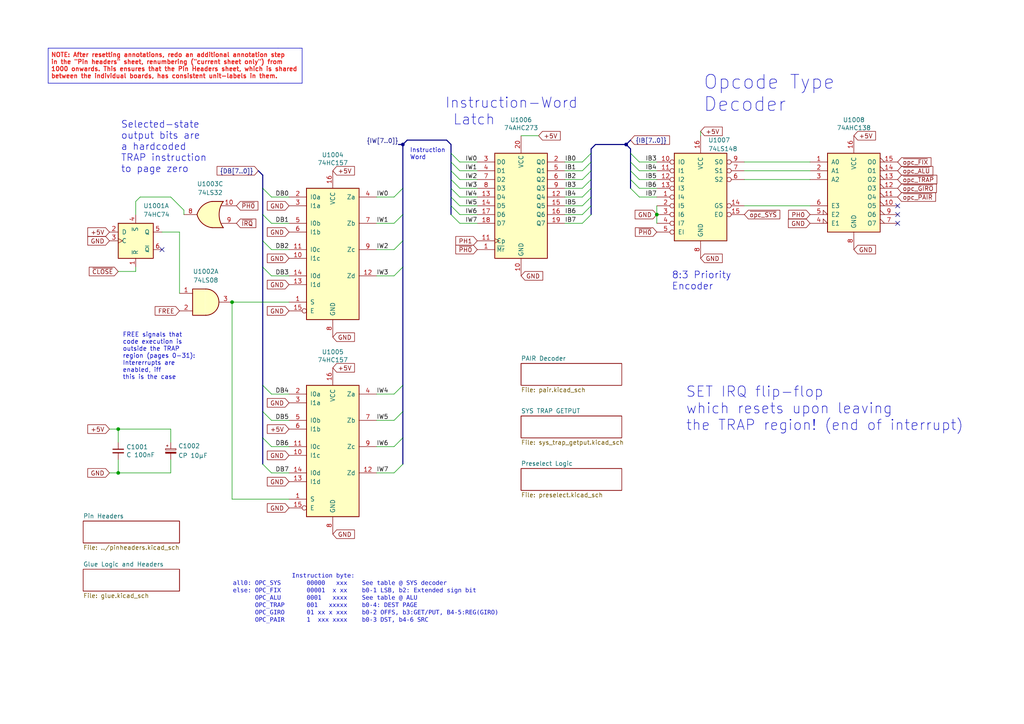
<source format=kicad_sch>
(kicad_sch (version 20231120) (generator "eeschema") (generator_version "8.0")
  (paper "A4")
  (title_block (title "Myth Microcontroller Project") (date "2024-09-21") (rev "1") (company "Picwok.com") (comment 1 "Project Contact: mim@ok-schalter.de (Michael)") (comment 2 "Author: Copyr. 2024 Michael Mangelsdorf/Dosflange@github") (comment 3 "Instruction Decoder Module") (comment 4 "Main Sheet"))
  (lib_symbols
    (symbol "74xx:74HC273"
      (property "Reference" "U" (at -7.62 16.51 0))
      (property "Value" "74HC273" (at -7.62 -16.51 0))
      (symbol "74HC273_1_0"
        (pin input line (at -12.7 -12.7 0) (length 5.08) (name "~{Mr}") (number "1"))
        (pin power_in line (at 0 -20.32 90) (length 5.08) (name "GND") (number "10"))
        (pin input clock (at -12.7 -10.16 0) (length 5.08) (name "Cp") (number "11"))
        (pin output line (at 12.7 2.54 180) (length 5.08) (name "Q4") (number "12"))
        (pin input line (at -12.7 2.54 0) (length 5.08) (name "D4") (number "13"))
        (pin input line (at -12.7 0 0) (length 5.08) (name "D5") (number "14"))
        (pin output line (at 12.7 0 180) (length 5.08) (name "Q5") (number "15"))
        (pin output line (at 12.7 -2.54 180) (length 5.08) (name "Q6") (number "16"))
        (pin input line (at -12.7 -2.54 0) (length 5.08) (name "D6") (number "17"))
        (pin input line (at -12.7 -5.08 0) (length 5.08) (name "D7") (number "18"))
        (pin output line (at 12.7 -5.08 180) (length 5.08) (name "Q7") (number "19"))
        (pin output line (at 12.7 12.7 180) (length 5.08) (name "Q0") (number "2"))
        (pin power_in line (at 0 20.32 270) (length 5.08) (name "VCC") (number "20"))
        (pin input line (at -12.7 12.7 0) (length 5.08) (name "D0") (number "3"))
        (pin input line (at -12.7 10.16 0) (length 5.08) (name "D1") (number "4"))
        (pin output line (at 12.7 10.16 180) (length 5.08) (name "Q1") (number "5"))
        (pin output line (at 12.7 7.62 180) (length 5.08) (name "Q2") (number "6"))
        (pin input line (at -12.7 7.62 0) (length 5.08) (name "D2") (number "7"))
        (pin input line (at -12.7 5.08 0) (length 5.08) (name "D3") (number "8"))
        (pin output line (at 12.7 5.08 180) (length 5.08) (name "Q3") (number "9"))
      )
      (symbol "74HC273_1_1"
        (rectangle (start -7.62 15.24) (end 7.62 -15.24) (stroke (width 0.254)) (fill (type background)))
      )
    )
    (symbol "74xx:74HC74" (pin_names (offset 1.016))
      (property "Reference" "U" (at -7.62 8.89 0))
      (property "Value" "74HC74" (at -7.62 -8.89 0))
      (symbol "74HC74_1_0"
        (pin input line (at 0 -7.62 90) (length 2.54) (name "~{R}") (number "1"))
        (pin input line (at -7.62 2.54 0) (length 2.54) (name "D") (number "2"))
        (pin input clock (at -7.62 0 0) (length 2.54) (name "C") (number "3"))
        (pin input line (at 0 7.62 270) (length 2.54) (name "~{S}") (number "4"))
        (pin output line (at 7.62 2.54 180) (length 2.54) (name "Q") (number "5"))
        (pin output line (at 7.62 -2.54 180) (length 2.54) (name "~{Q}") (number "6"))
      )
      (symbol "74HC74_1_1"
        (rectangle (start -5.08 5.08) (end 5.08 -5.08) (stroke (width 0.254)) (fill (type background)))
      )
      (symbol "74HC74_2_0"
        (pin input line (at 0 7.62 270) (length 2.54) (name "~{S}") (number "10"))
        (pin input clock (at -7.62 0 0) (length 2.54) (name "C") (number "11"))
        (pin input line (at -7.62 2.54 0) (length 2.54) (name "D") (number "12"))
        (pin input line (at 0 -7.62 90) (length 2.54) (name "~{R}") (number "13"))
        (pin output line (at 7.62 -2.54 180) (length 2.54) (name "~{Q}") (number "8"))
        (pin output line (at 7.62 2.54 180) (length 2.54) (name "Q") (number "9"))
      )
      (symbol "74HC74_2_1"
        (rectangle (start -5.08 5.08) (end 5.08 -5.08) (stroke (width 0.254)) (fill (type background)))
      )
      (symbol "74HC74_3_0"
        (pin power_in line (at 0 10.16 270) (length 2.54) (name "VCC") (number "14"))
        (pin power_in line (at 0 -10.16 90) (length 2.54) (name "GND") (number "7"))
      )
      (symbol "74HC74_3_1"
        (rectangle (start -5.08 7.62) (end 5.08 -7.62) (stroke (width 0.254)) (fill (type background)))
      )
    )
    (symbol "74xx:74LS08" (pin_names (offset 1.016))
      (property "Reference" "U" (at 0 1.27 0))
      (property "Value" "74LS08" (at 0 -1.27 0))
      (symbol "74LS08_1_1"
        (arc (start 0 -3.81) (mid 3.7934 0) (end 0 3.81) (stroke (width 0.254)) (fill (type background)))
        (polyline (pts (xy 0 3.81) (xy -3.81 3.81) (xy -3.81 -3.81) (xy 0 -3.81)) (stroke (width 0.254)) (fill (type background)))
        (pin input line (at -7.62 2.54 0) (length 3.81) (name "~") (number "1"))
        (pin input line (at -7.62 -2.54 0) (length 3.81) (name "~") (number "2"))
        (pin output line (at 7.62 0 180) (length 3.81) (name "~") (number "3"))
      )
      (symbol "74LS08_1_2"
        (arc (start -3.81 -3.81) (mid -2.589 0) (end -3.81 3.81) (stroke (width 0.254)))
        (arc (start -0.6096 -3.81) (mid 2.1842 -2.5851) (end 3.81 0) (stroke (width 0.254)) (fill (type background)))
        (polyline (pts (xy -3.81 -3.81) (xy -0.635 -3.81)) (stroke (width 0.254)) (fill (type background)))
        (polyline (pts (xy -3.81 3.81) (xy -0.635 3.81)) (stroke (width 0.254)) (fill (type background)))
        (polyline (pts (xy -0.635 3.81) (xy -3.81 3.81) (xy -3.81 3.81) (xy -3.556 3.4036) (xy -3.0226 2.2606) (xy -2.6924 1.0414) (xy -2.6162 -0.254) (xy -2.7686 -1.4986) (xy -3.175 -2.7178) (xy -3.81 -3.81) (xy -3.81 -3.81) (xy -0.635 -3.81)) (stroke (width -25.4)) (fill (type background)))
        (arc (start 3.81 0) (mid 2.1915 2.5936) (end -0.6096 3.81) (stroke (width 0.254)) (fill (type background)))
        (pin input inverted (at -7.62 2.54 0) (length 4.318) (name "~") (number "1"))
        (pin input inverted (at -7.62 -2.54 0) (length 4.318) (name "~") (number "2"))
        (pin output inverted (at 7.62 0 180) (length 3.81) (name "~") (number "3"))
      )
      (symbol "74LS08_2_1"
        (arc (start 0 -3.81) (mid 3.7934 0) (end 0 3.81) (stroke (width 0.254)) (fill (type background)))
        (polyline (pts (xy 0 3.81) (xy -3.81 3.81) (xy -3.81 -3.81) (xy 0 -3.81)) (stroke (width 0.254)) (fill (type background)))
        (pin input line (at -7.62 2.54 0) (length 3.81) (name "~") (number "4"))
        (pin input line (at -7.62 -2.54 0) (length 3.81) (name "~") (number "5"))
        (pin output line (at 7.62 0 180) (length 3.81) (name "~") (number "6"))
      )
      (symbol "74LS08_2_2"
        (arc (start -3.81 -3.81) (mid -2.589 0) (end -3.81 3.81) (stroke (width 0.254)))
        (arc (start -0.6096 -3.81) (mid 2.1842 -2.5851) (end 3.81 0) (stroke (width 0.254)) (fill (type background)))
        (polyline (pts (xy -3.81 -3.81) (xy -0.635 -3.81)) (stroke (width 0.254)) (fill (type background)))
        (polyline (pts (xy -3.81 3.81) (xy -0.635 3.81)) (stroke (width 0.254)) (fill (type background)))
        (polyline (pts (xy -0.635 3.81) (xy -3.81 3.81) (xy -3.81 3.81) (xy -3.556 3.4036) (xy -3.0226 2.2606) (xy -2.6924 1.0414) (xy -2.6162 -0.254) (xy -2.7686 -1.4986) (xy -3.175 -2.7178) (xy -3.81 -3.81) (xy -3.81 -3.81) (xy -0.635 -3.81)) (stroke (width -25.4)) (fill (type background)))
        (arc (start 3.81 0) (mid 2.1915 2.5936) (end -0.6096 3.81) (stroke (width 0.254)) (fill (type background)))
        (pin input inverted (at -7.62 2.54 0) (length 4.318) (name "~") (number "4"))
        (pin input inverted (at -7.62 -2.54 0) (length 4.318) (name "~") (number "5"))
        (pin output inverted (at 7.62 0 180) (length 3.81) (name "~") (number "6"))
      )
      (symbol "74LS08_3_1"
        (arc (start 0 -3.81) (mid 3.7934 0) (end 0 3.81) (stroke (width 0.254)) (fill (type background)))
        (polyline (pts (xy 0 3.81) (xy -3.81 3.81) (xy -3.81 -3.81) (xy 0 -3.81)) (stroke (width 0.254)) (fill (type background)))
        (pin input line (at -7.62 -2.54 0) (length 3.81) (name "~") (number "10"))
        (pin output line (at 7.62 0 180) (length 3.81) (name "~") (number "8"))
        (pin input line (at -7.62 2.54 0) (length 3.81) (name "~") (number "9"))
      )
      (symbol "74LS08_3_2"
        (arc (start -3.81 -3.81) (mid -2.589 0) (end -3.81 3.81) (stroke (width 0.254)))
        (arc (start -0.6096 -3.81) (mid 2.1842 -2.5851) (end 3.81 0) (stroke (width 0.254)) (fill (type background)))
        (polyline (pts (xy -3.81 -3.81) (xy -0.635 -3.81)) (stroke (width 0.254)) (fill (type background)))
        (polyline (pts (xy -3.81 3.81) (xy -0.635 3.81)) (stroke (width 0.254)) (fill (type background)))
        (polyline (pts (xy -0.635 3.81) (xy -3.81 3.81) (xy -3.81 3.81) (xy -3.556 3.4036) (xy -3.0226 2.2606) (xy -2.6924 1.0414) (xy -2.6162 -0.254) (xy -2.7686 -1.4986) (xy -3.175 -2.7178) (xy -3.81 -3.81) (xy -3.81 -3.81) (xy -0.635 -3.81)) (stroke (width -25.4)) (fill (type background)))
        (arc (start 3.81 0) (mid 2.1915 2.5936) (end -0.6096 3.81) (stroke (width 0.254)) (fill (type background)))
        (pin input inverted (at -7.62 -2.54 0) (length 4.318) (name "~") (number "10"))
        (pin output inverted (at 7.62 0 180) (length 3.81) (name "~") (number "8"))
        (pin input inverted (at -7.62 2.54 0) (length 4.318) (name "~") (number "9"))
      )
      (symbol "74LS08_4_1"
        (arc (start 0 -3.81) (mid 3.7934 0) (end 0 3.81) (stroke (width 0.254)) (fill (type background)))
        (polyline (pts (xy 0 3.81) (xy -3.81 3.81) (xy -3.81 -3.81) (xy 0 -3.81)) (stroke (width 0.254)) (fill (type background)))
        (pin output line (at 7.62 0 180) (length 3.81) (name "~") (number "11"))
        (pin input line (at -7.62 2.54 0) (length 3.81) (name "~") (number "12"))
        (pin input line (at -7.62 -2.54 0) (length 3.81) (name "~") (number "13"))
      )
      (symbol "74LS08_4_2"
        (arc (start -3.81 -3.81) (mid -2.589 0) (end -3.81 3.81) (stroke (width 0.254)))
        (arc (start -0.6096 -3.81) (mid 2.1842 -2.5851) (end 3.81 0) (stroke (width 0.254)) (fill (type background)))
        (polyline (pts (xy -3.81 -3.81) (xy -0.635 -3.81)) (stroke (width 0.254)) (fill (type background)))
        (polyline (pts (xy -3.81 3.81) (xy -0.635 3.81)) (stroke (width 0.254)) (fill (type background)))
        (polyline (pts (xy -0.635 3.81) (xy -3.81 3.81) (xy -3.81 3.81) (xy -3.556 3.4036) (xy -3.0226 2.2606) (xy -2.6924 1.0414) (xy -2.6162 -0.254) (xy -2.7686 -1.4986) (xy -3.175 -2.7178) (xy -3.81 -3.81) (xy -3.81 -3.81) (xy -0.635 -3.81)) (stroke (width -25.4)) (fill (type background)))
        (arc (start 3.81 0) (mid 2.1915 2.5936) (end -0.6096 3.81) (stroke (width 0.254)) (fill (type background)))
        (pin output inverted (at 7.62 0 180) (length 3.81) (name "~") (number "11"))
        (pin input inverted (at -7.62 2.54 0) (length 4.318) (name "~") (number "12"))
        (pin input inverted (at -7.62 -2.54 0) (length 4.318) (name "~") (number "13"))
      )
      (symbol "74LS08_5_0"
        (pin power_in line (at 0 12.7 270) (length 5.08) (name "VCC") (number "14"))
        (pin power_in line (at 0 -12.7 90) (length 5.08) (name "GND") (number "7"))
      )
      (symbol "74LS08_5_1"
        (rectangle (start -5.08 7.62) (end 5.08 -7.62) (stroke (width 0.254)) (fill (type background)))
      )
    )
    (symbol "74xx:74LS138" (pin_names (offset 1.016))
      (property "Reference" "U" (at -7.62 11.43 0))
      (property "Value" "74LS138" (at -7.62 -13.97 0))
      (symbol "74LS138_1_0"
        (pin input line (at -12.7 7.62 0) (length 5.08) (name "A0") (number "1"))
        (pin output output_low (at 12.7 -5.08 180) (length 5.08) (name "O5") (number "10"))
        (pin output output_low (at 12.7 -2.54 180) (length 5.08) (name "O4") (number "11"))
        (pin output output_low (at 12.7 0 180) (length 5.08) (name "O3") (number "12"))
        (pin output output_low (at 12.7 2.54 180) (length 5.08) (name "O2") (number "13"))
        (pin output output_low (at 12.7 5.08 180) (length 5.08) (name "O1") (number "14"))
        (pin output output_low (at 12.7 7.62 180) (length 5.08) (name "O0") (number "15"))
        (pin power_in line (at 0 15.24 270) (length 5.08) (name "VCC") (number "16"))
        (pin input line (at -12.7 5.08 0) (length 5.08) (name "A1") (number "2"))
        (pin input line (at -12.7 2.54 0) (length 5.08) (name "A2") (number "3"))
        (pin input input_low (at -12.7 -10.16 0) (length 5.08) (name "E1") (number "4"))
        (pin input input_low (at -12.7 -7.62 0) (length 5.08) (name "E2") (number "5"))
        (pin input line (at -12.7 -5.08 0) (length 5.08) (name "E3") (number "6"))
        (pin output output_low (at 12.7 -10.16 180) (length 5.08) (name "O7") (number "7"))
        (pin power_in line (at 0 -17.78 90) (length 5.08) (name "GND") (number "8"))
        (pin output output_low (at 12.7 -7.62 180) (length 5.08) (name "O6") (number "9"))
      )
      (symbol "74LS138_1_1"
        (rectangle (start -7.62 10.16) (end 7.62 -12.7) (stroke (width 0.254)) (fill (type background)))
      )
    )
    (symbol "74xx:74LS148" (pin_names (offset 1.016))
      (property "Reference" "U" (at -7.62 13.97 0))
      (property "Value" "74LS148" (at -7.62 -13.97 0))
      (symbol "74LS148_1_0"
        (pin input inverted (at -12.7 0 0) (length 5.08) (name "I4") (number "1"))
        (pin input inverted (at -12.7 10.16 0) (length 5.08) (name "IO") (number "10"))
        (pin input inverted (at -12.7 7.62 0) (length 5.08) (name "I1") (number "11"))
        (pin input inverted (at -12.7 5.08 0) (length 5.08) (name "I2") (number "12"))
        (pin input inverted (at -12.7 2.54 0) (length 5.08) (name "I3") (number "13"))
        (pin output inverted (at 12.7 -2.54 180) (length 5.08) (name "GS") (number "14"))
        (pin output inverted (at 12.7 -5.08 180) (length 5.08) (name "EO") (number "15"))
        (pin power_in line (at 0 17.78 270) (length 5.08) (name "VCC") (number "16"))
        (pin input inverted (at -12.7 -2.54 0) (length 5.08) (name "I5") (number "2"))
        (pin input inverted (at -12.7 -5.08 0) (length 5.08) (name "I6") (number "3"))
        (pin input inverted (at -12.7 -7.62 0) (length 5.08) (name "I7") (number "4"))
        (pin input inverted (at -12.7 -10.16 0) (length 5.08) (name "EI") (number "5"))
        (pin output inverted (at 12.7 5.08 180) (length 5.08) (name "S2") (number "6"))
        (pin output inverted (at 12.7 7.62 180) (length 5.08) (name "S1") (number "7"))
        (pin power_in line (at 0 -17.78 90) (length 5.08) (name "GND") (number "8"))
        (pin output inverted (at 12.7 10.16 180) (length 5.08) (name "S0") (number "9"))
      )
      (symbol "74LS148_1_1"
        (rectangle (start -7.62 12.7) (end 7.62 -12.7) (stroke (width 0.254)) (fill (type background)))
      )
    )
    (symbol "74xx:74LS157" (pin_names (offset 1.016))
      (property "Reference" "U" (at -7.62 19.05 0))
      (property "Value" "74LS157" (at -7.62 -21.59 0))
      (symbol "74LS157_1_0"
        (pin input line (at -12.7 -15.24 0) (length 5.08) (name "S") (number "1"))
        (pin input line (at -12.7 -2.54 0) (length 5.08) (name "I1c") (number "10"))
        (pin input line (at -12.7 0 0) (length 5.08) (name "I0c") (number "11"))
        (pin output line (at 12.7 -7.62 180) (length 5.08) (name "Zd") (number "12"))
        (pin input line (at -12.7 -10.16 0) (length 5.08) (name "I1d") (number "13"))
        (pin input line (at -12.7 -7.62 0) (length 5.08) (name "I0d") (number "14"))
        (pin input inverted (at -12.7 -17.78 0) (length 5.08) (name "E") (number "15"))
        (pin power_in line (at 0 22.86 270) (length 5.08) (name "VCC") (number "16"))
        (pin input line (at -12.7 15.24 0) (length 5.08) (name "I0a") (number "2"))
        (pin input line (at -12.7 12.7 0) (length 5.08) (name "I1a") (number "3"))
        (pin output line (at 12.7 15.24 180) (length 5.08) (name "Za") (number "4"))
        (pin input line (at -12.7 7.62 0) (length 5.08) (name "I0b") (number "5"))
        (pin input line (at -12.7 5.08 0) (length 5.08) (name "I1b") (number "6"))
        (pin output line (at 12.7 7.62 180) (length 5.08) (name "Zb") (number "7"))
        (pin power_in line (at 0 -25.4 90) (length 5.08) (name "GND") (number "8"))
        (pin output line (at 12.7 0 180) (length 5.08) (name "Zc") (number "9"))
      )
      (symbol "74LS157_1_1"
        (rectangle (start -7.62 17.78) (end 7.62 -20.32) (stroke (width 0.254)) (fill (type background)))
      )
    )
    (symbol "74xx:74LS32" (pin_names (offset 1.016))
      (property "Reference" "U" (at 0 1.27 0))
      (property "Value" "74LS32" (at 0 -1.27 0))
      (symbol "74LS32_1_1"
        (arc (start -3.81 -3.81) (mid -2.589 0) (end -3.81 3.81) (stroke (width 0.254)))
        (arc (start -0.6096 -3.81) (mid 2.1855 -2.584) (end 3.81 0) (stroke (width 0.254)) (fill (type background)))
        (polyline (pts (xy -3.81 -3.81) (xy -0.635 -3.81)) (stroke (width 0.254)) (fill (type background)))
        (polyline (pts (xy -3.81 3.81) (xy -0.635 3.81)) (stroke (width 0.254)) (fill (type background)))
        (polyline (pts (xy -0.635 3.81) (xy -3.81 3.81) (xy -3.81 3.81) (xy -3.556 3.4036) (xy -3.0226 2.2606) (xy -2.6924 1.0414) (xy -2.6162 -0.254) (xy -2.7686 -1.4986) (xy -3.175 -2.7178) (xy -3.81 -3.81) (xy -3.81 -3.81) (xy -0.635 -3.81)) (stroke (width -25.4)) (fill (type background)))
        (arc (start 3.81 0) (mid 2.1928 2.5925) (end -0.6096 3.81) (stroke (width 0.254)) (fill (type background)))
        (pin input line (at -7.62 2.54 0) (length 4.318) (name "~") (number "1"))
        (pin input line (at -7.62 -2.54 0) (length 4.318) (name "~") (number "2"))
        (pin output line (at 7.62 0 180) (length 3.81) (name "~") (number "3"))
      )
      (symbol "74LS32_1_2"
        (arc (start 0 -3.81) (mid 3.7934 0) (end 0 3.81) (stroke (width 0.254)) (fill (type background)))
        (polyline (pts (xy 0 3.81) (xy -3.81 3.81) (xy -3.81 -3.81) (xy 0 -3.81)) (stroke (width 0.254)) (fill (type background)))
        (pin input inverted (at -7.62 2.54 0) (length 3.81) (name "~") (number "1"))
        (pin input inverted (at -7.62 -2.54 0) (length 3.81) (name "~") (number "2"))
        (pin output inverted (at 7.62 0 180) (length 3.81) (name "~") (number "3"))
      )
      (symbol "74LS32_2_1"
        (arc (start -3.81 -3.81) (mid -2.589 0) (end -3.81 3.81) (stroke (width 0.254)))
        (arc (start -0.6096 -3.81) (mid 2.1855 -2.584) (end 3.81 0) (stroke (width 0.254)) (fill (type background)))
        (polyline (pts (xy -3.81 -3.81) (xy -0.635 -3.81)) (stroke (width 0.254)) (fill (type background)))
        (polyline (pts (xy -3.81 3.81) (xy -0.635 3.81)) (stroke (width 0.254)) (fill (type background)))
        (polyline (pts (xy -0.635 3.81) (xy -3.81 3.81) (xy -3.81 3.81) (xy -3.556 3.4036) (xy -3.0226 2.2606) (xy -2.6924 1.0414) (xy -2.6162 -0.254) (xy -2.7686 -1.4986) (xy -3.175 -2.7178) (xy -3.81 -3.81) (xy -3.81 -3.81) (xy -0.635 -3.81)) (stroke (width -25.4)) (fill (type background)))
        (arc (start 3.81 0) (mid 2.1928 2.5925) (end -0.6096 3.81) (stroke (width 0.254)) (fill (type background)))
        (pin input line (at -7.62 2.54 0) (length 4.318) (name "~") (number "4"))
        (pin input line (at -7.62 -2.54 0) (length 4.318) (name "~") (number "5"))
        (pin output line (at 7.62 0 180) (length 3.81) (name "~") (number "6"))
      )
      (symbol "74LS32_2_2"
        (arc (start 0 -3.81) (mid 3.7934 0) (end 0 3.81) (stroke (width 0.254)) (fill (type background)))
        (polyline (pts (xy 0 3.81) (xy -3.81 3.81) (xy -3.81 -3.81) (xy 0 -3.81)) (stroke (width 0.254)) (fill (type background)))
        (pin input inverted (at -7.62 2.54 0) (length 3.81) (name "~") (number "4"))
        (pin input inverted (at -7.62 -2.54 0) (length 3.81) (name "~") (number "5"))
        (pin output inverted (at 7.62 0 180) (length 3.81) (name "~") (number "6"))
      )
      (symbol "74LS32_3_1"
        (arc (start -3.81 -3.81) (mid -2.589 0) (end -3.81 3.81) (stroke (width 0.254)))
        (arc (start -0.6096 -3.81) (mid 2.1855 -2.584) (end 3.81 0) (stroke (width 0.254)) (fill (type background)))
        (polyline (pts (xy -3.81 -3.81) (xy -0.635 -3.81)) (stroke (width 0.254)) (fill (type background)))
        (polyline (pts (xy -3.81 3.81) (xy -0.635 3.81)) (stroke (width 0.254)) (fill (type background)))
        (polyline (pts (xy -0.635 3.81) (xy -3.81 3.81) (xy -3.81 3.81) (xy -3.556 3.4036) (xy -3.0226 2.2606) (xy -2.6924 1.0414) (xy -2.6162 -0.254) (xy -2.7686 -1.4986) (xy -3.175 -2.7178) (xy -3.81 -3.81) (xy -3.81 -3.81) (xy -0.635 -3.81)) (stroke (width -25.4)) (fill (type background)))
        (arc (start 3.81 0) (mid 2.1928 2.5925) (end -0.6096 3.81) (stroke (width 0.254)) (fill (type background)))
        (pin input line (at -7.62 -2.54 0) (length 4.318) (name "~") (number "10"))
        (pin output line (at 7.62 0 180) (length 3.81) (name "~") (number "8"))
        (pin input line (at -7.62 2.54 0) (length 4.318) (name "~") (number "9"))
      )
      (symbol "74LS32_3_2"
        (arc (start 0 -3.81) (mid 3.7934 0) (end 0 3.81) (stroke (width 0.254)) (fill (type background)))
        (polyline (pts (xy 0 3.81) (xy -3.81 3.81) (xy -3.81 -3.81) (xy 0 -3.81)) (stroke (width 0.254)) (fill (type background)))
        (pin input inverted (at -7.62 -2.54 0) (length 3.81) (name "~") (number "10"))
        (pin output inverted (at 7.62 0 180) (length 3.81) (name "~") (number "8"))
        (pin input inverted (at -7.62 2.54 0) (length 3.81) (name "~") (number "9"))
      )
      (symbol "74LS32_4_1"
        (arc (start -3.81 -3.81) (mid -2.589 0) (end -3.81 3.81) (stroke (width 0.254)))
        (arc (start -0.6096 -3.81) (mid 2.1855 -2.584) (end 3.81 0) (stroke (width 0.254)) (fill (type background)))
        (polyline (pts (xy -3.81 -3.81) (xy -0.635 -3.81)) (stroke (width 0.254)) (fill (type background)))
        (polyline (pts (xy -3.81 3.81) (xy -0.635 3.81)) (stroke (width 0.254)) (fill (type background)))
        (polyline (pts (xy -0.635 3.81) (xy -3.81 3.81) (xy -3.81 3.81) (xy -3.556 3.4036) (xy -3.0226 2.2606) (xy -2.6924 1.0414) (xy -2.6162 -0.254) (xy -2.7686 -1.4986) (xy -3.175 -2.7178) (xy -3.81 -3.81) (xy -3.81 -3.81) (xy -0.635 -3.81)) (stroke (width -25.4)) (fill (type background)))
        (arc (start 3.81 0) (mid 2.1928 2.5925) (end -0.6096 3.81) (stroke (width 0.254)) (fill (type background)))
        (pin output line (at 7.62 0 180) (length 3.81) (name "~") (number "11"))
        (pin input line (at -7.62 2.54 0) (length 4.318) (name "~") (number "12"))
        (pin input line (at -7.62 -2.54 0) (length 4.318) (name "~") (number "13"))
      )
      (symbol "74LS32_4_2"
        (arc (start 0 -3.81) (mid 3.7934 0) (end 0 3.81) (stroke (width 0.254)) (fill (type background)))
        (polyline (pts (xy 0 3.81) (xy -3.81 3.81) (xy -3.81 -3.81) (xy 0 -3.81)) (stroke (width 0.254)) (fill (type background)))
        (pin output inverted (at 7.62 0 180) (length 3.81) (name "~") (number "11"))
        (pin input inverted (at -7.62 2.54 0) (length 3.81) (name "~") (number "12"))
        (pin input inverted (at -7.62 -2.54 0) (length 3.81) (name "~") (number "13"))
      )
      (symbol "74LS32_5_0"
        (pin power_in line (at 0 12.7 270) (length 5.08) (name "VCC") (number "14"))
        (pin power_in line (at 0 -12.7 90) (length 5.08) (name "GND") (number "7"))
      )
      (symbol "74LS32_5_1"
        (rectangle (start -5.08 7.62) (end 5.08 -7.62) (stroke (width 0.254)) (fill (type background)))
      )
    )
    (symbol "Device:C_Polarized_Small" (pin_numbers hide) (pin_names (offset 0.254) hide)
      (property "Reference" "C" (at 0.254 1.778 0))
      (property "Value" "C_Polarized_Small" (at 0.254 -2.032 0))
      (symbol "C_Polarized_Small_0_1"
        (rectangle (start -1.524 -0.3048) (end 1.524 -0.6858) (fill (type outline)))
        (rectangle (start -1.524 0.6858) (end 1.524 0.3048))
        (polyline (pts (xy -1.27 1.524) (xy -0.762 1.524)))
        (polyline (pts (xy -1.016 1.27) (xy -1.016 1.778)))
      )
      (symbol "C_Polarized_Small_1_1"
        (pin passive line (at 0 2.54 270) (length 1.8542) (name "~") (number "1"))
        (pin passive line (at 0 -2.54 90) (length 1.8542) (name "~") (number "2"))
      )
    )
    (symbol "Device:C_Small" (pin_numbers hide) (pin_names (offset 0.254) hide)
      (property "Reference" "C" (at 0.254 1.778 0))
      (property "Value" "C_Small" (at 0.254 -2.032 0))
      (symbol "C_Small_0_1"
        (polyline (pts (xy -1.524 -0.508) (xy 1.524 -0.508)) (stroke (width 0.3302)))
        (polyline (pts (xy -1.524 0.508) (xy 1.524 0.508)) (stroke (width 0.3048)))
      )
      (symbol "C_Small_1_1"
        (pin passive line (at 0 2.54 270) (length 2.032) (name "~") (number "1"))
        (pin passive line (at 0 -2.54 90) (length 2.032) (name "~") (number "2"))
      )
    )
  )
  (junction (at 190.5 62.23))
  (junction (at 34.29 137.16))
  (junction (at 67.31 87.63))
  (junction (at 34.29 124.46))
  (junction (at 181.61 41.91))
  (junction (at 116.84 41.91))
  (no_connect (at 260.35 59.69))
  (no_connect (at 260.35 64.77))
  (no_connect (at 46.99 72.39))
  (no_connect (at 260.35 62.23))
  (bus_entry (at 114.3 129.54) (size 2.54 -2.54))
  (bus_entry (at 168.91 54.61) (size 2.54 -2.54))
  (bus_entry (at 114.3 121.92) (size 2.54 -2.54))
  (bus_entry (at 133.35 57.15) (size -2.54 -2.54))
  (bus_entry (at 133.35 54.61) (size -2.54 -2.54))
  (bus_entry (at 168.91 49.53) (size 2.54 -2.54))
  (bus_entry (at 133.35 62.23) (size -2.54 -2.54))
  (bus_entry (at 168.91 59.69) (size 2.54 -2.54))
  (bus_entry (at 185.42 49.53) (size -2.54 -2.54))
  (bus_entry (at 78.74 64.77) (size -2.54 -2.54))
  (bus_entry (at 133.35 64.77) (size -2.54 -2.54))
  (bus_entry (at 168.91 57.15) (size 2.54 -2.54))
  (bus_entry (at 168.91 64.77) (size 2.54 -2.54))
  (bus_entry (at 133.35 49.53) (size -2.54 -2.54))
  (bus_entry (at 78.74 114.3) (size -2.54 -2.54))
  (bus_entry (at 78.74 121.92) (size -2.54 -2.54))
  (bus_entry (at 78.74 80.01) (size -2.54 -2.54))
  (bus_entry (at 78.74 129.54) (size -2.54 -2.54))
  (bus_entry (at 78.74 137.16) (size -2.54 -2.54))
  (bus_entry (at 114.3 137.16) (size 2.54 -2.54))
  (bus_entry (at 78.74 72.39) (size -2.54 -2.54))
  (bus_entry (at 133.35 46.99) (size -2.54 -2.54))
  (bus_entry (at 114.3 114.3) (size 2.54 -2.54))
  (bus_entry (at 114.3 57.15) (size 2.54 -2.54))
  (bus_entry (at 185.42 54.61) (size -2.54 -2.54))
  (bus_entry (at 168.91 46.99) (size 2.54 -2.54))
  (bus_entry (at 185.42 46.99) (size -2.54 -2.54))
  (bus_entry (at 185.42 57.15) (size -2.54 -2.54))
  (bus_entry (at 114.3 72.39) (size 2.54 -2.54))
  (bus_entry (at 78.74 57.15) (size -2.54 -2.54))
  (bus_entry (at 114.3 64.77) (size 2.54 -2.54))
  (bus_entry (at 114.3 80.01) (size 2.54 -2.54))
  (bus_entry (at 168.91 62.23) (size 2.54 -2.54))
  (bus_entry (at 168.91 52.07) (size 2.54 -2.54))
  (bus_entry (at 133.35 52.07) (size -2.54 -2.54))
  (bus_entry (at 185.42 52.07) (size -2.54 -2.54))
  (bus_entry (at 133.35 59.69) (size -2.54 -2.54))
  (bus (pts (xy 76.2 50.8) (xy 76.2 54.61)))
  (wire (pts (xy 34.29 124.46) (xy 49.53 124.46)))
  (wire (pts (xy 39.37 78.74) (xy 34.29 78.74)))
  (bus (pts (xy 172.72 41.91) (xy 181.61 41.91)))
  (wire (pts (xy 49.53 128.27) (xy 49.53 124.46)))
  (wire (pts (xy 163.83 59.69) (xy 168.91 59.69)))
  (wire (pts (xy 138.43 52.07) (xy 133.35 52.07)))
  (wire (pts (xy 109.22 137.16) (xy 114.3 137.16)))
  (bus (pts (xy 182.88 46.99) (xy 182.88 49.53)))
  (wire (pts (xy 109.22 129.54) (xy 114.3 129.54)))
  (wire (pts (xy 39.37 58.42) (xy 39.37 62.23)))
  (wire (pts (xy 138.43 59.69) (xy 133.35 59.69)))
  (bus (pts (xy 116.84 119.38) (xy 116.84 111.76)))
  (polyline (pts (xy 165.1 31.75) (xy 165.1 31.75)))
  (wire (pts (xy 46.99 67.31) (xy 52.07 67.31)))
  (polyline (pts (xy 13.97 24.13) (xy 80.645 24.13)))
  (bus (pts (xy 171.45 59.69) (xy 171.45 62.23)))
  (bus (pts (xy 130.81 44.45) (xy 130.81 41.91)))
  (wire (pts (xy 190.5 54.61) (xy 185.42 54.61)))
  (wire (pts (xy 109.22 80.01) (xy 114.3 80.01)))
  (bus (pts (xy 171.45 44.45) (xy 171.45 46.99)))
  (polyline (pts (xy 86.995 13.97) (xy 87.63 13.97)))
  (wire (pts (xy 215.9 49.53) (xy 234.95 49.53)))
  (wire (pts (xy 138.43 57.15) (xy 133.35 57.15)))
  (wire (pts (xy 190.5 49.53) (xy 185.42 49.53)))
  (bus (pts (xy 181.61 41.91) (xy 182.88 43.18)))
  (bus (pts (xy 76.2 127) (xy 76.2 134.62)))
  (wire (pts (xy 190.5 52.07) (xy 185.42 52.07)))
  (bus (pts (xy 76.2 77.47) (xy 76.2 111.76)))
  (bus (pts (xy 171.45 43.18) (xy 171.45 44.45)))
  (wire (pts (xy 78.74 72.39) (xy 83.82 72.39)))
  (wire (pts (xy 78.74 80.01) (xy 83.82 80.01)))
  (bus (pts (xy 130.81 57.15) (xy 130.81 54.61)))
  (bus (pts (xy 171.45 49.53) (xy 171.45 52.07)))
  (wire (pts (xy 78.74 137.16) (xy 83.82 137.16)))
  (wire (pts (xy 67.31 144.78) (xy 83.82 144.78)))
  (wire (pts (xy 67.31 87.63) (xy 83.82 87.63)))
  (wire (pts (xy 53.34 62.23) (xy 53.34 60.96)))
  (bus (pts (xy 116.84 77.47) (xy 116.84 69.85)))
  (bus (pts (xy 130.81 46.99) (xy 130.81 44.45)))
  (bus (pts (xy 76.2 54.61) (xy 76.2 62.23)))
  (bus (pts (xy 76.2 62.23) (xy 76.2 69.85)))
  (bus (pts (xy 182.88 49.53) (xy 182.88 52.07)))
  (wire (pts (xy 163.83 64.77) (xy 168.91 64.77)))
  (wire (pts (xy 190.5 62.23) (xy 190.5 64.77)))
  (wire (pts (xy 53.34 60.96) (xy 49.53 57.15)))
  (bus (pts (xy 171.45 52.07) (xy 171.45 54.61)))
  (wire (pts (xy 163.83 54.61) (xy 168.91 54.61)))
  (wire (pts (xy 52.07 67.31) (xy 52.07 85.09)))
  (bus (pts (xy 130.81 41.91) (xy 129.54 40.64)))
  (wire (pts (xy 138.43 54.61) (xy 133.35 54.61)))
  (bus (pts (xy 116.84 62.23) (xy 116.84 54.61)))
  (wire (pts (xy 190.5 46.99) (xy 185.42 46.99)))
  (wire (pts (xy 31.75 124.46) (xy 34.29 124.46)))
  (wire (pts (xy 190.5 59.69) (xy 190.5 62.23)))
  (wire (pts (xy 109.22 72.39) (xy 114.3 72.39)))
  (bus (pts (xy 182.88 40.64) (xy 181.61 41.91)))
  (bus (pts (xy 76.2 111.76) (xy 76.2 119.38)))
  (bus (pts (xy 116.84 127) (xy 116.84 119.38)))
  (bus (pts (xy 116.84 41.91) (xy 116.84 54.61)))
  (wire (pts (xy 49.53 133.35) (xy 49.53 137.16)))
  (polyline (pts (xy 80.645 24.13) (xy 87.63 24.13)))
  (wire (pts (xy 78.74 121.92) (xy 83.82 121.92)))
  (bus (pts (xy 171.45 57.15) (xy 171.45 59.69)))
  (wire (pts (xy 109.22 57.15) (xy 114.3 57.15)))
  (bus (pts (xy 182.88 52.07) (xy 182.88 54.61)))
  (bus (pts (xy 182.88 43.18) (xy 182.88 44.45)))
  (bus (pts (xy 130.81 49.53) (xy 130.81 46.99)))
  (bus (pts (xy 76.2 119.38) (xy 76.2 127)))
  (wire (pts (xy 109.22 121.92) (xy 114.3 121.92)))
  (wire (pts (xy 163.83 52.07) (xy 168.91 52.07)))
  (wire (pts (xy 163.83 49.53) (xy 168.91 49.53)))
  (polyline (pts (xy 13.97 13.97) (xy 80.645 13.97)))
  (wire (pts (xy 39.37 77.47) (xy 39.37 78.74)))
  (wire (pts (xy 215.9 46.99) (xy 234.95 46.99)))
  (wire (pts (xy 190.5 57.15) (xy 185.42 57.15)))
  (bus (pts (xy 171.45 46.99) (xy 171.45 49.53)))
  (bus (pts (xy 116.84 69.85) (xy 116.84 62.23)))
  (bus (pts (xy 171.45 54.61) (xy 171.45 57.15)))
  (wire (pts (xy 138.43 46.99) (xy 133.35 46.99)))
  (bus (pts (xy 118.11 40.64) (xy 129.54 40.64)))
  (wire (pts (xy 163.83 57.15) (xy 168.91 57.15)))
  (wire (pts (xy 163.83 46.99) (xy 168.91 46.99)))
  (wire (pts (xy 109.22 64.77) (xy 114.3 64.77)))
  (wire (pts (xy 163.83 62.23) (xy 168.91 62.23)))
  (polyline (pts (xy 13.97 13.97) (xy 13.97 24.13)))
  (bus (pts (xy 116.84 134.62) (xy 116.84 127)))
  (bus (pts (xy 74.93 49.53) (xy 76.2 50.8)))
  (bus (pts (xy 116.84 111.76) (xy 116.84 77.47)))
  (wire (pts (xy 78.74 129.54) (xy 83.82 129.54)))
  (wire (pts (xy 78.74 114.3) (xy 83.82 114.3)))
  (wire (pts (xy 151.13 39.37) (xy 156.21 39.37)))
  (wire (pts (xy 109.22 114.3) (xy 114.3 114.3)))
  (wire (pts (xy 78.74 64.77) (xy 83.82 64.77)))
  (wire (pts (xy 31.75 137.16) (xy 34.29 137.16)))
  (bus (pts (xy 130.81 54.61) (xy 130.81 52.07)))
  (polyline (pts (xy 87.63 13.97) (xy 87.63 24.13)))
  (wire (pts (xy 34.29 128.27) (xy 34.29 124.46)))
  (bus (pts (xy 116.84 41.91) (xy 118.11 40.64)))
  (wire (pts (xy 138.43 62.23) (xy 133.35 62.23)))
  (bus (pts (xy 171.45 43.18) (xy 172.72 41.91)))
  (bus (pts (xy 76.2 69.85) (xy 76.2 77.47)))
  (wire (pts (xy 40.64 57.15) (xy 39.37 58.42)))
  (wire (pts (xy 78.74 57.15) (xy 83.82 57.15)))
  (wire (pts (xy 34.29 133.35) (xy 34.29 137.16)))
  (bus (pts (xy 130.81 52.07) (xy 130.81 49.53)))
  (bus (pts (xy 115.57 41.91) (xy 116.84 41.91)))
  (wire (pts (xy 138.43 49.53) (xy 133.35 49.53)))
  (bus (pts (xy 182.88 44.45) (xy 182.88 46.99)))
  (wire (pts (xy 67.31 144.78) (xy 67.31 87.63)))
  (wire (pts (xy 215.9 52.07) (xy 234.95 52.07)))
  (polyline (pts (xy 80.645 13.97) (xy 86.995 13.97)))
  (bus (pts (xy 130.81 59.69) (xy 130.81 57.15)))
  (wire (pts (xy 40.64 57.15) (xy 49.53 57.15)))
  (bus (pts (xy 130.81 62.23) (xy 130.81 59.69)))
  (wire (pts (xy 215.9 59.69) (xy 234.95 59.69)))
  (wire (pts (xy 34.29 137.16) (xy 49.53 137.16)))
  (wire (pts (xy 138.43 64.77) (xy 133.35 64.77)))
  (wire (pts (xy 203.2 38.1) (xy 203.2 39.37)))
  (text "                Instruction byte:\nall0: OPC_SYS       00000   xxx    See table @ SYS decoder\nelse: OPC_FIX       00001  x xx    b0-1 LSB, b2: Extended sign bit\n      OPC_ALU       0001   xxxx    See table @ ALU\n      OPC_TRAP      001   xxxxx    b0-4: DEST PAGE\n      OPC_GIRO      01 xx x xxx    b0-2 OFFS, b3:GET/PUT, B4-5:REG(GIRO)\n      OPC_PAIR      1  xxx xxxx    b0-3 DST, b4-6 SRC" (at 67.564 181.102 0) (effects (font (size 1.27 1.27)) (justify left bottom)))
  (text "NOTE: After resetting annotations, redo an additional annotation step\nin the \"Pin headers\" sheet, renumbering (\"current sheet only\") from\n1000 onwards. This ensures that the Pin Headers sheet, which is shared\nbetween the individual boards, has consistent unit-labels in them." (at 14.732 22.987 0) (effects (font (size 1.27 1.27) (thickness 0.254) (bold yes)) (justify left bottom)))
  (text "8:3 Priority\nEncoder" (at 194.818 84.328 0) (effects (font (size 2 2)) (justify left bottom)))
  (text "Opcode Type\nDecoder" (at 203.962 32.766 0) (effects (font (size 4 4)) (justify left bottom)))
  (text "Instruction-Word\n Latch" (at 129.032 36.576 0) (effects (font (size 3 3)) (justify left bottom)))
  (text "FREE signals that\ncode execution is\noutside the TRAP\nregion (pages 0-31):\nIntererrupts are\nenabled, iff\nthis is the case\n" (at 35.56 110.236 0) (effects (font (size 1.27 1.27)) (justify left bottom)))
  (text "Selected-state\noutput bits are\na hardcoded\nTRAP instruction\nto page zero" (at 35.052 50.292 0) (effects (font (size 2 2)) (justify left bottom)))
  (text "SET IRQ flip-flop\nwhich resets upon leaving\nthe TRAP region! (end of interrupt)" (at 198.882 125.222 0) (effects (font (size 3 3)) (justify left bottom)))
  (text "Instruction\nWord" (at 118.872 46.482 0) (effects (font (size 1.27 1.27)) (justify left bottom)))
  (label "IW2" (at 138.43 52.07 180))
  (label "DB7" (at 83.82 137.16 180))
  (label "IW5" (at 109.22 121.92 0))
  (label "IB4" (at 190.5 49.53 180))
  (label "IW0" (at 109.22 57.15 0))
  (label "IB3" (at 190.5 46.99 180))
  (label "IW0" (at 138.43 46.99 180))
  (label "IB7" (at 190.5 57.15 180))
  (label "IW7" (at 138.43 64.77 180))
  (label "IW2" (at 109.22 72.39 0))
  (label "IW6" (at 138.43 62.23 180))
  (label "{IW[7..0]}" (at 115.57 41.91 180))
  (label "DB4" (at 83.82 114.3 180))
  (label "IW5" (at 138.43 59.69 180))
  (label "IW3" (at 109.22 80.01 0))
  (label "IW4" (at 138.43 57.15 180))
  (label "IW6" (at 109.22 129.54 0))
  (label "IB6" (at 190.5 54.61 180))
  (label "DB1" (at 83.82 64.77 180))
  (label "IW1" (at 138.43 49.53 180))
  (label "DB3" (at 83.82 80.01 180))
  (label "IW7" (at 109.22 137.16 0))
  (label "IB3" (at 163.83 54.61 0))
  (label "IB5" (at 163.83 59.69 0))
  (label "IB0" (at 163.83 46.99 0))
  (label "IB7" (at 163.83 64.77 0))
  (label "DB0" (at 83.82 57.15 180))
  (label "DB2" (at 83.82 72.39 180))
  (label "IB4" (at 163.83 57.15 0))
  (label "IB6" (at 163.83 62.23 0))
  (label "IB1" (at 163.83 49.53 0))
  (label "IW3" (at 138.43 54.61 180))
  (label "IB5" (at 190.5 52.07 180))
  (label "DB5" (at 83.82 121.92 180))
  (label "DB6" (at 83.82 129.54 180))
  (label "IB2" (at 163.83 52.07 0))
  (label "IW1" (at 109.22 64.77 0))
  (label "IW4" (at 109.22 114.3 0))
  (global_label "GND" (shape input) (at 247.65 72.39 0) (property "Intersheetrefs" "${INTERSHEET_REFS}" (effects (hide yes))))
  (global_label "FREE" (shape input) (at 52.07 90.17 180) (property "Intersheetrefs" "${INTERSHEET_REFS}" (effects (hide yes))))
  (global_label "{IB[7..0]}" (shape input) (at 182.88 40.64 0) (property "Intersheetrefs" "${INTERSHEET_REFS}" (effects (hide yes))))
  (global_label "GND" (shape input) (at 83.82 59.69 180) (property "Intersheetrefs" "${INTERSHEET_REFS}" (effects (hide yes))))
  (global_label "GND" (shape input) (at 96.52 97.79 0) (property "Intersheetrefs" "${INTERSHEET_REFS}" (effects (hide yes))))
  (global_label "+5V" (shape input) (at 83.82 124.46 180) (property "Intersheetrefs" "${INTERSHEET_REFS}" (effects (hide yes))))
  (global_label "~{IRQ}" (shape input) (at 68.58 64.77 0) (property "Intersheetrefs" "${INTERSHEET_REFS}" (effects (hide yes))))
  (global_label "~{CLOSE}" (shape input) (at 34.29 78.74 180) (property "Intersheetrefs" "${INTERSHEET_REFS}" (effects (hide yes))))
  (global_label "~{opc_GIRO}" (shape input) (at 260.35 54.61 0) (property "Intersheetrefs" "${INTERSHEET_REFS}" (effects (hide yes))))
  (global_label "{DB[7..0]}" (shape input) (at 74.93 49.53 180) (property "Intersheetrefs" "${INTERSHEET_REFS}" (effects (hide yes))))
  (global_label "+5V" (shape input) (at 203.2 38.1 0) (property "Intersheetrefs" "${INTERSHEET_REFS}" (effects (hide yes))))
  (global_label "~{opc_TRAP}" (shape input) (at 260.35 52.07 0) (property "Intersheetrefs" "${INTERSHEET_REFS}" (effects (hide yes))))
  (global_label "~{PH0}" (shape input) (at 138.43 72.39 180) (property "Intersheetrefs" "${INTERSHEET_REFS}" (effects (hide yes))))
  (global_label "+5V" (shape input) (at 31.75 124.46 180) (property "Intersheetrefs" "${INTERSHEET_REFS}" (effects (hide yes))))
  (global_label "GND" (shape input) (at 31.75 137.16 180) (property "Intersheetrefs" "${INTERSHEET_REFS}" (effects (hide yes))))
  (global_label "GND" (shape input) (at 83.82 139.7 180) (property "Intersheetrefs" "${INTERSHEET_REFS}" (effects (hide yes))))
  (global_label "+5V" (shape input) (at 96.52 106.68 0) (property "Intersheetrefs" "${INTERSHEET_REFS}" (effects (hide yes))))
  (global_label "~{opc_PAIR}" (shape input) (at 260.35 57.15 0) (property "Intersheetrefs" "${INTERSHEET_REFS}" (effects (hide yes))))
  (global_label "GND" (shape input) (at 83.82 132.08 180) (property "Intersheetrefs" "${INTERSHEET_REFS}" (effects (hide yes))))
  (global_label "GND" (shape input) (at 83.82 147.32 180) (property "Intersheetrefs" "${INTERSHEET_REFS}" (effects (hide yes))))
  (global_label "PH1" (shape input) (at 138.43 69.85 180) (property "Intersheetrefs" "${INTERSHEET_REFS}" (effects (hide yes))))
  (global_label "+5V" (shape input) (at 247.65 39.37 0) (property "Intersheetrefs" "${INTERSHEET_REFS}" (effects (hide yes))))
  (global_label "GND" (shape input) (at 151.13 80.01 0) (property "Intersheetrefs" "${INTERSHEET_REFS}" (effects (hide yes))))
  (global_label "GND" (shape input) (at 31.75 69.85 180) (property "Intersheetrefs" "${INTERSHEET_REFS}" (effects (hide yes))))
  (global_label "PH0" (shape input) (at 234.95 62.23 180) (property "Intersheetrefs" "${INTERSHEET_REFS}" (effects (hide yes))))
  (global_label "GND" (shape input) (at 203.2 74.93 0) (property "Intersheetrefs" "${INTERSHEET_REFS}" (effects (hide yes))))
  (global_label "~{opc_FIX}" (shape input) (at 260.35 46.99 0) (property "Intersheetrefs" "${INTERSHEET_REFS}" (effects (hide yes))))
  (global_label "GND" (shape input) (at 83.82 74.93 180) (property "Intersheetrefs" "${INTERSHEET_REFS}" (effects (hide yes))))
  (global_label "GND" (shape input) (at 83.82 82.55 180) (property "Intersheetrefs" "${INTERSHEET_REFS}" (effects (hide yes))))
  (global_label "GND" (shape input) (at 83.82 90.17 180) (property "Intersheetrefs" "${INTERSHEET_REFS}" (effects (hide yes))))
  (global_label "GND" (shape input) (at 190.5 62.23 180) (property "Intersheetrefs" "${INTERSHEET_REFS}" (effects (hide yes))))
  (global_label "~{opc_SYS}" (shape input) (at 215.9 62.23 0) (property "Intersheetrefs" "${INTERSHEET_REFS}" (effects (hide yes))))
  (global_label "GND" (shape input) (at 83.82 116.84 180) (property "Intersheetrefs" "${INTERSHEET_REFS}" (effects (hide yes))))
  (global_label "~{opc_ALU}" (shape input) (at 260.35 49.53 0) (property "Intersheetrefs" "${INTERSHEET_REFS}" (effects (hide yes))))
  (global_label "GND" (shape input) (at 96.52 154.94 0) (property "Intersheetrefs" "${INTERSHEET_REFS}" (effects (hide yes))))
  (global_label "+5V" (shape input) (at 156.21 39.37 0) (property "Intersheetrefs" "${INTERSHEET_REFS}" (effects (hide yes))))
  (global_label "~{PH0}" (shape input) (at 190.5 67.31 180) (property "Intersheetrefs" "${INTERSHEET_REFS}" (effects (hide yes))))
  (global_label "GND" (shape input) (at 234.95 64.77 180) (property "Intersheetrefs" "${INTERSHEET_REFS}" (effects (hide yes))))
  (global_label "GND" (shape input) (at 83.82 67.31 180) (property "Intersheetrefs" "${INTERSHEET_REFS}" (effects (hide yes))))
  (global_label "+5V" (shape input) (at 31.75 67.31 180) (property "Intersheetrefs" "${INTERSHEET_REFS}" (effects (hide yes))))
  (global_label "+5V" (shape input) (at 96.52 49.53 0) (property "Intersheetrefs" "${INTERSHEET_REFS}" (effects (hide yes))))
  (global_label "~{PH0}" (shape input) (at 68.58 59.69 0) (property "Intersheetrefs" "${INTERSHEET_REFS}" (effects (hide yes))))
  (symbol (lib_id "74xx:74HC273") (at 151.13 59.69 0) (unit 1)
    (property "Reference" "U1006" (at 151.13 34.7726 0))
    (property "Value" "74AHC273" (at 151.13 37.084 0))
    (property "Footprint" "Package_DIP:DIP-20_W7.62mm_Socket_LongPads" (effects (hide yes)))
    (property "Datasheet" "https://assets.nexperia.com/documents/data-sheet/74HC_HCT273.pdf" (effects (hide yes)))
  )
  (symbol (lib_id "74xx:74HC74") (at 39.37 69.85 0) (unit 1)
    (property "Reference" "U1001" (at 41.5641 59.69 0) (effects (justify left)))
    (property "Value" "74HC74" (at 41.5641 62.23 0) (effects (justify left)))
    (property "Footprint" "Package_DIP:DIP-14_W7.62mm_Socket_LongPads" (effects (hide yes)))
    (property "Datasheet" "74xx/74hc_hct74.pdf" (effects (hide yes)))
    (property "Description" "Dual D Flip-flop, Set & Reset" (effects (hide yes)))
  )
  (symbol (lib_id "74xx:74LS157") (at 96.52 72.39 0) (unit 1)
    (property "Reference" "U1004" (at 96.52 44.9326 0))
    (property "Value" "74HC157" (at 96.52 47.244 0))
    (property "Footprint" "Package_DIP:DIP-16_W7.62mm_Socket_LongPads" (effects (hide yes)))
    (property "Datasheet" "https://assets.nexperia.com/documents/data-sheet/74AHC_AHCT04.pdf" (effects (hide yes)))
  )
  (symbol (lib_id "74xx:74LS138") (at 247.65 54.61 0) (unit 1)
    (property "Reference" "U1008" (at 247.65 34.7726 0))
    (property "Value" "74AHC138" (at 247.65 37.084 0))
    (property "Footprint" "Package_DIP:DIP-16_W7.62mm_Socket_LongPads" (effects (hide yes)))
    (property "Datasheet" "http://www.ti.com/lit/gpn/sn74LS138" (effects (hide yes)))
  )
  (symbol (lib_id "74xx:74LS08") (at 59.69 87.63 0) (unit 1)
    (property "Reference" "U1002" (at 59.6817 78.74 0))
    (property "Value" "74LS08" (at 59.6817 81.28 0))
    (property "Footprint" "Package_DIP:DIP-14_W7.62mm_Socket_LongPads" (effects (hide yes)))
    (property "Datasheet" "http://www.ti.com/lit/gpn/sn74LS08" (effects (hide yes)))
    (property "Description" "Quad And2" (effects (hide yes)))
  )
  (symbol (lib_id "Device:C_Small") (at 34.29 130.81 0) (unit 1)
    (property "Reference" "C1001" (at 36.6268 129.6416 0) (effects (justify left)))
    (property "Value" "C 100nF" (at 36.6268 131.953 0) (effects (justify left)))
    (property "Footprint" "Capacitor_THT:C_Disc_D5.0mm_W2.5mm_P2.50mm" (effects (hide yes)))
  )
  (symbol (lib_id "74xx:74LS32") (at 60.96 62.23 180) (unit 3)
    (property "Reference" "U1003" (at 60.96 53.34 0))
    (property "Value" "74LS32" (at 60.96 55.88 0))
    (property "Footprint" "Package_DIP:DIP-14_W7.62mm_Socket_LongPads" (effects (hide yes)))
    (property "Datasheet" "http://www.ti.com/lit/gpn/sn74LS32" (effects (hide yes)))
    (property "Description" "Quad 2-input OR" (effects (hide yes)))
  )
  (symbol (lib_id "74xx:74LS157") (at 96.52 129.54 0) (unit 1)
    (property "Reference" "U1005" (at 96.52 102.0826 0))
    (property "Value" "74HC157" (at 96.52 104.394 0))
    (property "Footprint" "Package_DIP:DIP-16_W7.62mm_Socket_LongPads" (effects (hide yes)))
    (property "Datasheet" "https://assets.nexperia.com/documents/data-sheet/74AHC_AHCT04.pdf" (effects (hide yes)))
  )
  (symbol (lib_id "Device:C_Polarized_Small") (at 49.53 130.81 0) (unit 1)
    (property "Reference" "C1002" (at 51.689 129.3554 0) (effects (justify left)))
    (property "Value" "CP 10μF" (at 51.689 132.1305 0) (effects (justify left)))
    (property "Footprint" "Capacitor_THT:CP_Radial_D6.3mm_P2.50mm" (effects (hide yes)))
  )
  (symbol (lib_id "74xx:74LS148") (at 203.2 57.15 0) (unit 1)
    (property "Reference" "U1007" (at 205.3941 40.64 0) (effects (justify left)))
    (property "Value" "74LS148" (at 205.3941 43.18 0) (effects (justify left)))
    (property "Footprint" "Package_DIP:DIP-16_W7.62mm_Socket_LongPads" (effects (hide yes)))
    (property "Datasheet" "http://www.ti.com/lit/gpn/sn74LS148" (effects (hide yes)))
    (property "Description" "Priority Encoder 3 to 8 cascadable" (effects (hide yes)))
  )
  (sheet (at 151.13 105.41) (size 29.21 6.35) (stroke (width 0.1524))
    (property "Sheetname" "PAIR Decoder" (at 151.13 104.6984 0) (effects (justify left bottom)))
    (property "Sheetfile" "pair.kicad_sch" (at 151.13 112.3446 0) (effects (justify left top)))
  )
  (sheet (at 24.13 151.13) (size 27.94 6.35) (stroke (width 0.1524))
    (property "Sheetname" "Pin Headers" (at 24.13 150.4184 0) (effects (justify left bottom)))
    (property "Sheetfile" "../pinheaders.kicad_sch" (at 24.13 158.0646 0) (effects (justify left top)))
  )
  (sheet (at 151.13 120.65) (size 29.21 6.35) (stroke (width 0.1524))
    (property "Sheetname" "SYS TRAP GETPUT" (at 151.13 119.9384 0) (effects (justify left bottom)))
    (property "Sheetfile" "sys_trap_getput.kicad_sch" (at 151.13 127.5846 0) (effects (justify left top)))
  )
  (sheet (at 24.13 165.1) (size 27.94 6.35) (stroke (width 0.1524))
    (property "Sheetname" "Glue Logic and Headers" (at 24.13 164.3884 0) (effects (justify left bottom)))
    (property "Sheetfile" "glue.kicad_sch" (at 24.13 172.0346 0) (effects (justify left top)))
  )
  (sheet (at 151.13 135.89) (size 29.21 6.35) (stroke (width 0.1524))
    (property "Sheetname" "Preselect Logic" (at 151.13 135.1784 0) (effects (justify left bottom)))
    (property "Sheetfile" "preselect.kicad_sch" (at 151.13 142.8246 0) (effects (justify left top)))
  )
)
</source>
